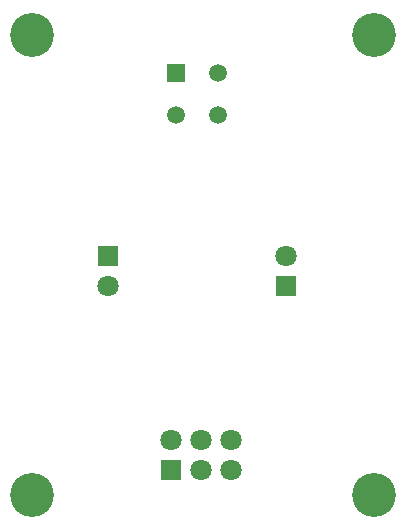
<source format=gbr>
G04 EAGLE Gerber RS-274X export*
G75*
%MOMM*%
%FSLAX34Y34*%
%LPD*%
%INSoldermask Top*%
%IPPOS*%
%AMOC8*
5,1,8,0,0,1.08239X$1,22.5*%
G01*
%ADD10R,1.511200X1.511200*%
%ADD11C,1.511200*%
%ADD12R,1.808200X1.808200*%
%ADD13C,1.808200*%
%ADD14C,3.719200*%


D10*
X132000Y368000D03*
D11*
X132000Y332000D03*
X168000Y332000D03*
X168000Y368000D03*
D12*
X127800Y31800D03*
D13*
X127800Y57200D03*
X153200Y31800D03*
X153200Y57200D03*
X178600Y31800D03*
X178600Y57200D03*
D12*
X75000Y212700D03*
D13*
X75000Y187300D03*
D12*
X225000Y187300D03*
D13*
X225000Y212700D03*
D14*
X300000Y10000D03*
X10000Y10000D03*
X300000Y400000D03*
X10000Y400000D03*
M02*

</source>
